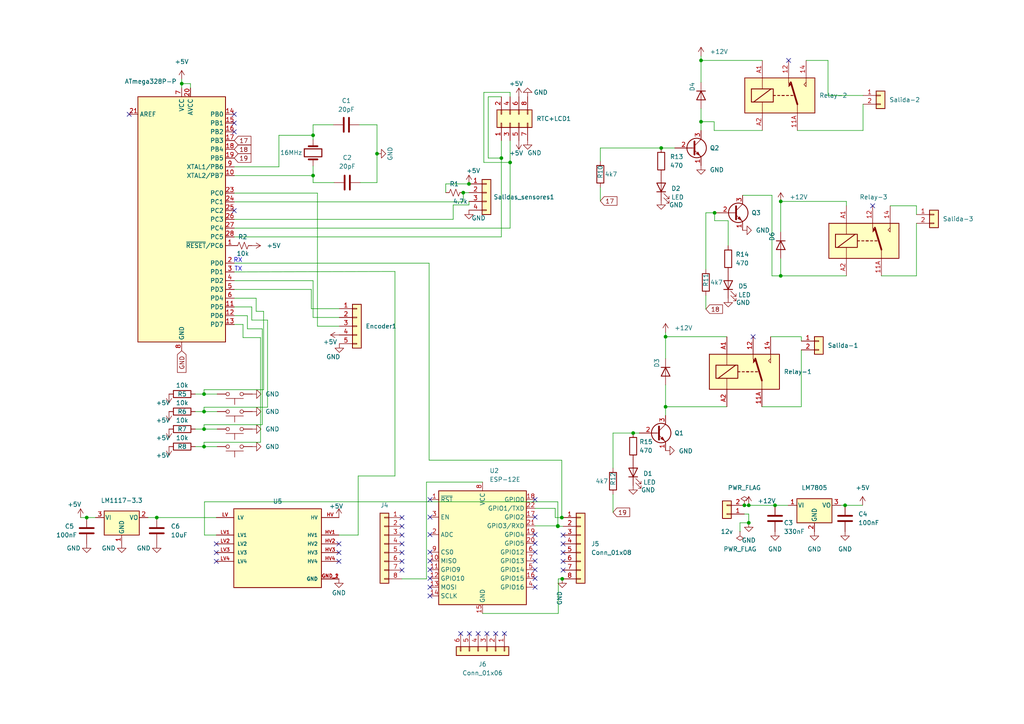
<source format=kicad_sch>
(kicad_sch (version 20211123) (generator eeschema)
  (paper "A4")
  (lib_symbols
    (symbol "BOB-12009:BOB-12009" (pin_names (offset 1.016))
      (property "Reference" "U" (at -12.7 11.43 0))
      (property "Value" "BOB-12009" (at -12.7 -15.24 0))
      (symbol "BOB-12009_0_0"
        (pin power_in line (at 17.78 -10.16 180) (length 5.08) (name "GND") (number "GND_1"))
        (pin power_in line (at 17.78 -10.16 180) (length 5.08) (name "GND") (number "GND_2"))
        (pin bidirectional line (at 17.78 7.62 180) (length 5.08) (name "HV") (number "HV"))
        (pin bidirectional line (at 17.78 2.54 180) (length 5.08) (name "HV1") (number "HV1"))
        (pin bidirectional line (at 17.78 0 180) (length 5.08) (name "HV2") (number "HV2"))
        (pin bidirectional line (at 17.78 -2.54 180) (length 5.08) (name "HV3") (number "HV3"))
        (pin bidirectional line (at 17.78 -5.08 180) (length 5.08) (name "HV4") (number "HV4"))
        (pin bidirectional line (at -17.78 7.62 0) (length 5.08) (name "LV") (number "LV"))
        (pin bidirectional line (at -17.78 2.54 0) (length 5.08) (name "LV1") (number "LV1"))
        (pin bidirectional line (at -17.78 0 0) (length 5.08) (name "LV2") (number "LV2"))
        (pin bidirectional line (at -17.78 -2.54 0) (length 5.08) (name "LV3") (number "LV3"))
        (pin bidirectional line (at -17.78 -5.08 0) (length 5.08) (name "LV4") (number "LV4"))
      )
    )
    (symbol "Connector_Generic:Conn_01x02" (pin_names (offset 1.016) hide)
      (property "Reference" "J" (at 0 2.54 0))
      (property "Value" "Conn_01x02" (at 0 -5.08 0))
      (symbol "Conn_01x02_1_1"
        (pin passive line (at -5.08 0 0) (length 3.81) (name "Pin_1") (number "1"))
        (pin passive line (at -5.08 -2.54 0) (length 3.81) (name "Pin_2") (number "2"))
      )
    )
    (symbol "Connector_Generic:Conn_01x04" (pin_names (offset 1.016) hide)
      (property "Reference" "J" (at 0 5.08 0))
      (property "Value" "Conn_01x04" (at 0 -7.62 0))
      (symbol "Conn_01x04_1_1"
        (pin passive line (at -5.08 2.54 0) (length 3.81) (name "Pin_1") (number "1"))
        (pin passive line (at -5.08 0 0) (length 3.81) (name "Pin_2") (number "2"))
        (pin passive line (at -5.08 -2.54 0) (length 3.81) (name "Pin_3") (number "3"))
        (pin passive line (at -5.08 -5.08 0) (length 3.81) (name "Pin_4") (number "4"))
      )
    )
    (symbol "Connector_Generic:Conn_01x05" (pin_names (offset 1.016) hide)
      (property "Reference" "J" (at 0 7.62 0))
      (property "Value" "Conn_01x05" (at 0 -7.62 0))
      (symbol "Conn_01x05_1_1"
        (pin passive line (at -5.08 5.08 0) (length 3.81) (name "Pin_1") (number "1"))
        (pin passive line (at -5.08 2.54 0) (length 3.81) (name "Pin_2") (number "2"))
        (pin passive line (at -5.08 0 0) (length 3.81) (name "Pin_3") (number "3"))
        (pin passive line (at -5.08 -2.54 0) (length 3.81) (name "Pin_4") (number "4"))
        (pin passive line (at -5.08 -5.08 0) (length 3.81) (name "Pin_5") (number "5"))
      )
    )
    (symbol "Connector_Generic:Conn_01x06" (pin_names (offset 1.016) hide)
      (property "Reference" "J" (at 0 7.62 0))
      (property "Value" "Conn_01x06" (at 0 -10.16 0))
      (symbol "Conn_01x06_1_1"
        (pin passive line (at -5.08 5.08 0) (length 3.81) (name "Pin_1") (number "1"))
        (pin passive line (at -5.08 2.54 0) (length 3.81) (name "Pin_2") (number "2"))
        (pin passive line (at -5.08 0 0) (length 3.81) (name "Pin_3") (number "3"))
        (pin passive line (at -5.08 -2.54 0) (length 3.81) (name "Pin_4") (number "4"))
        (pin passive line (at -5.08 -5.08 0) (length 3.81) (name "Pin_5") (number "5"))
        (pin passive line (at -5.08 -7.62 0) (length 3.81) (name "Pin_6") (number "6"))
      )
    )
    (symbol "Connector_Generic:Conn_01x08" (pin_names (offset 1.016) hide)
      (property "Reference" "J" (at 0 10.16 0))
      (property "Value" "Conn_01x08" (at 0 -12.7 0))
      (symbol "Conn_01x08_1_1"
        (pin passive line (at -5.08 7.62 0) (length 3.81) (name "Pin_1") (number "1"))
        (pin passive line (at -5.08 5.08 0) (length 3.81) (name "Pin_2") (number "2"))
        (pin passive line (at -5.08 2.54 0) (length 3.81) (name "Pin_3") (number "3"))
        (pin passive line (at -5.08 0 0) (length 3.81) (name "Pin_4") (number "4"))
        (pin passive line (at -5.08 -2.54 0) (length 3.81) (name "Pin_5") (number "5"))
        (pin passive line (at -5.08 -5.08 0) (length 3.81) (name "Pin_6") (number "6"))
        (pin passive line (at -5.08 -7.62 0) (length 3.81) (name "Pin_7") (number "7"))
        (pin passive line (at -5.08 -10.16 0) (length 3.81) (name "Pin_8") (number "8"))
      )
    )
    (symbol "Connector_Generic:Conn_02x04_Odd_Even" (pin_names (offset 1.016) hide)
      (property "Reference" "J" (at 1.27 5.08 0))
      (property "Value" "Conn_02x04_Odd_Even" (at 1.27 -7.62 0))
      (symbol "Conn_02x04_Odd_Even_1_1"
        (pin passive line (at -5.08 2.54 0) (length 3.81) (name "Pin_1") (number "1"))
        (pin passive line (at 7.62 2.54 180) (length 3.81) (name "Pin_2") (number "2"))
        (pin passive line (at -5.08 0 0) (length 3.81) (name "Pin_3") (number "3"))
        (pin passive line (at 7.62 0 180) (length 3.81) (name "Pin_4") (number "4"))
        (pin passive line (at -5.08 -2.54 0) (length 3.81) (name "Pin_5") (number "5"))
        (pin passive line (at 7.62 -2.54 180) (length 3.81) (name "Pin_6") (number "6"))
        (pin passive line (at -5.08 -5.08 0) (length 3.81) (name "Pin_7") (number "7"))
        (pin passive line (at 7.62 -5.08 180) (length 3.81) (name "Pin_8") (number "8"))
      )
    )
    (symbol "Device:C" (pin_numbers hide) (pin_names (offset 0.254))
      (property "Reference" "C" (at 0.635 2.54 0))
      (property "Value" "C" (at 0.635 -2.54 0))
      (symbol "C_1_1"
        (pin passive line (at 0 3.81 270) (length 2.794) (name "~") (number "1"))
        (pin passive line (at 0 -3.81 90) (length 2.794) (name "~") (number "2"))
      )
    )
    (symbol "Device:Crystal" (pin_numbers hide) (pin_names (offset 1.016) hide)
      (property "Reference" "Y" (at 0 3.81 0))
      (property "Value" "Crystal" (at 0 -3.81 0))
      (symbol "Crystal_1_1"
        (pin passive line (at -3.81 0 0) (length 1.27) (name "1") (number "1"))
        (pin passive line (at 3.81 0 180) (length 1.27) (name "2") (number "2"))
      )
    )
    (symbol "Device:LED" (pin_numbers hide) (pin_names (offset 1.016) hide)
      (property "Reference" "D" (at 0 2.54 0))
      (property "Value" "LED" (at 0 -2.54 0))
      (symbol "LED_1_1"
        (pin passive line (at -3.81 0 0) (length 2.54) (name "K") (number "1"))
        (pin passive line (at 3.81 0 180) (length 2.54) (name "A") (number "2"))
      )
    )
    (symbol "Device:R" (pin_numbers hide) (pin_names (offset 0))
      (property "Reference" "R" (at 2.032 0 90))
      (property "Value" "R" (at 0 0 90))
      (symbol "R_1_1"
        (pin passive line (at 0 3.81 270) (length 1.27) (name "~") (number "1"))
        (pin passive line (at 0 -3.81 90) (length 1.27) (name "~") (number "2"))
      )
    )
    (symbol "Device:R_Small_US" (pin_numbers hide) (pin_names (offset 0.254) hide)
      (property "Reference" "R" (at 0.762 0.508 0))
      (property "Value" "R_Small_US" (at 0.762 -1.016 0))
      (symbol "R_Small_US_1_1"
        (pin passive line (at 0 2.54 270) (length 1.016) (name "~") (number "1"))
        (pin passive line (at 0 -2.54 90) (length 1.016) (name "~") (number "2"))
      )
    )
    (symbol "Diode:1N4007" (pin_numbers hide) (pin_names (offset 1.016) hide)
      (property "Reference" "D" (at 0 2.54 0))
      (property "Value" "1N4007" (at 0 -2.54 0))
      (symbol "1N4007_1_1"
        (pin passive line (at -3.81 0 0) (length 2.54) (name "K") (number "1"))
        (pin passive line (at 3.81 0 180) (length 2.54) (name "A") (number "2"))
      )
    )
    (symbol "MCU_Microchip_ATmega:ATmega328P-P"
      (property "Reference" "U" (at -12.7 36.83 0))
      (property "Value" "ATmega328P-P" (at 2.54 -36.83 0))
      (symbol "ATmega328P-P_1_1"
        (pin bidirectional line (at 15.24 -7.62 180) (length 2.54) (name "~{RESET}/PC6") (number "1"))
        (pin bidirectional line (at 15.24 12.7 180) (length 2.54) (name "XTAL2/PB7") (number "10"))
        (pin bidirectional line (at 15.24 -25.4 180) (length 2.54) (name "PD5") (number "11"))
        (pin bidirectional line (at 15.24 -27.94 180) (length 2.54) (name "PD6") (number "12"))
        (pin bidirectional line (at 15.24 -30.48 180) (length 2.54) (name "PD7") (number "13"))
        (pin bidirectional line (at 15.24 30.48 180) (length 2.54) (name "PB0") (number "14"))
        (pin bidirectional line (at 15.24 27.94 180) (length 2.54) (name "PB1") (number "15"))
        (pin bidirectional line (at 15.24 25.4 180) (length 2.54) (name "PB2") (number "16"))
        (pin bidirectional line (at 15.24 22.86 180) (length 2.54) (name "PB3") (number "17"))
        (pin bidirectional line (at 15.24 20.32 180) (length 2.54) (name "PB4") (number "18"))
        (pin bidirectional line (at 15.24 17.78 180) (length 2.54) (name "PB5") (number "19"))
        (pin bidirectional line (at 15.24 -12.7 180) (length 2.54) (name "PD0") (number "2"))
        (pin power_in line (at 2.54 38.1 270) (length 2.54) (name "AVCC") (number "20"))
        (pin passive line (at -15.24 30.48 0) (length 2.54) (name "AREF") (number "21"))
        (pin passive line (at 0 -38.1 90) (length 2.54) hide (name "GND") (number "22"))
        (pin bidirectional line (at 15.24 7.62 180) (length 2.54) (name "PC0") (number "23"))
        (pin bidirectional line (at 15.24 5.08 180) (length 2.54) (name "PC1") (number "24"))
        (pin bidirectional line (at 15.24 2.54 180) (length 2.54) (name "PC2") (number "25"))
        (pin bidirectional line (at 15.24 0 180) (length 2.54) (name "PC3") (number "26"))
        (pin bidirectional line (at 15.24 -2.54 180) (length 2.54) (name "PC4") (number "27"))
        (pin bidirectional line (at 15.24 -5.08 180) (length 2.54) (name "PC5") (number "28"))
        (pin bidirectional line (at 15.24 -15.24 180) (length 2.54) (name "PD1") (number "3"))
        (pin bidirectional line (at 15.24 -17.78 180) (length 2.54) (name "PD2") (number "4"))
        (pin bidirectional line (at 15.24 -20.32 180) (length 2.54) (name "PD3") (number "5"))
        (pin bidirectional line (at 15.24 -22.86 180) (length 2.54) (name "PD4") (number "6"))
        (pin power_in line (at 0 38.1 270) (length 2.54) (name "VCC") (number "7"))
        (pin power_in line (at 0 -38.1 90) (length 2.54) (name "GND") (number "8"))
        (pin bidirectional line (at 15.24 15.24 180) (length 2.54) (name "XTAL1/PB6") (number "9"))
      )
    )
    (symbol "RF_Module:ESP-12E"
      (property "Reference" "U" (at -12.7 19.05 0))
      (property "Value" "ESP-12E" (at 12.7 19.05 0))
      (symbol "ESP-12E_1_1"
        (pin input line (at -15.24 15.24 0) (length 2.54) (name "~{RST}") (number "1"))
        (pin bidirectional line (at -15.24 -2.54 0) (length 2.54) (name "MISO") (number "10"))
        (pin bidirectional line (at -15.24 -5.08 0) (length 2.54) (name "GPIO9") (number "11"))
        (pin bidirectional line (at -15.24 -7.62 0) (length 2.54) (name "GPIO10") (number "12"))
        (pin bidirectional line (at -15.24 -10.16 0) (length 2.54) (name "MOSI") (number "13"))
        (pin bidirectional line (at -15.24 -12.7 0) (length 2.54) (name "SCLK") (number "14"))
        (pin power_in line (at 0 -17.78 90) (length 2.54) (name "GND") (number "15"))
        (pin bidirectional line (at 15.24 -7.62 180) (length 2.54) (name "GPIO15") (number "16"))
        (pin bidirectional line (at 15.24 10.16 180) (length 2.54) (name "GPIO2") (number "17"))
        (pin bidirectional line (at 15.24 15.24 180) (length 2.54) (name "GPIO0") (number "18"))
        (pin bidirectional line (at 15.24 5.08 180) (length 2.54) (name "GPIO4") (number "19"))
        (pin input line (at -15.24 5.08 0) (length 2.54) (name "ADC") (number "2"))
        (pin bidirectional line (at 15.24 2.54 180) (length 2.54) (name "GPIO5") (number "20"))
        (pin bidirectional line (at 15.24 7.62 180) (length 2.54) (name "GPIO3/RXD") (number "21"))
        (pin bidirectional line (at 15.24 12.7 180) (length 2.54) (name "GPIO1/TXD") (number "22"))
        (pin input line (at -15.24 10.16 0) (length 2.54) (name "EN") (number "3"))
        (pin bidirectional line (at 15.24 -10.16 180) (length 2.54) (name "GPIO16") (number "4"))
        (pin bidirectional line (at 15.24 -5.08 180) (length 2.54) (name "GPIO14") (number "5"))
        (pin bidirectional line (at 15.24 0 180) (length 2.54) (name "GPIO12") (number "6"))
        (pin bidirectional line (at 15.24 -2.54 180) (length 2.54) (name "GPIO13") (number "7"))
        (pin power_in line (at 0 20.32 270) (length 2.54) (name "VCC") (number "8"))
        (pin input line (at -15.24 0 0) (length 2.54) (name "CS0") (number "9"))
      )
    )
    (symbol "Regulator_Linear:LM1117-3.3" (pin_names (offset 0.254))
      (property "Reference" "U" (at -3.81 3.175 0))
      (property "Value" "LM1117-3.3" (at 0 3.175 0))
      (symbol "LM1117-3.3_1_1"
        (pin power_in line (at 0 -7.62 90) (length 2.54) (name "GND") (number "1"))
        (pin power_out line (at 7.62 0 180) (length 2.54) (name "VO") (number "2"))
        (pin power_in line (at -7.62 0 0) (length 2.54) (name "VI") (number "3"))
      )
    )
    (symbol "Regulator_Linear:LM7805_TO220" (pin_names (offset 0.254))
      (property "Reference" "U" (at -3.81 3.175 0))
      (property "Value" "LM7805_TO220" (at 0 3.175 0))
      (symbol "LM7805_TO220_1_1"
        (pin power_in line (at -7.62 0 0) (length 2.54) (name "VI") (number "1"))
        (pin power_in line (at 0 -7.62 90) (length 2.54) (name "GND") (number "2"))
        (pin power_out line (at 7.62 0 180) (length 2.54) (name "VO") (number "3"))
      )
    )
    (symbol "Relay:RAYEX-L90"
      (property "Reference" "K" (at 11.43 3.81 0))
      (property "Value" "RAYEX-L90" (at 11.43 1.27 0))
      (symbol "RAYEX-L90_1_1"
        (pin passive line (at 5.08 -10.16 90) (length 5.08) (name "~") (number "11A"))
        (pin passive line (at 5.08 -10.16 90) (length 5.08) hide (name "~") (number "11B"))
        (pin passive line (at 2.54 10.16 270) (length 5.08) (name "~") (number "12"))
        (pin passive line (at 7.62 10.16 270) (length 5.08) (name "~") (number "14"))
        (pin passive line (at -5.08 10.16 270) (length 5.08) (name "~") (number "A1"))
        (pin passive line (at -5.08 -10.16 90) (length 5.08) (name "~") (number "A2"))
      )
    )
    (symbol "Switch:SW_Push" (pin_numbers hide) (pin_names (offset 1.016) hide)
      (property "Reference" "SW" (at 1.27 2.54 0))
      (property "Value" "SW_Push" (at 0 -1.524 0))
      (symbol "SW_Push_0_1"
        (pin passive line (at -5.08 0 0) (length 2.54) (name "1") (number "1"))
        (pin passive line (at 5.08 0 180) (length 2.54) (name "2") (number "2"))
      )
    )
    (symbol "Transistor_BJT:PN2222A" (pin_names (offset 0) hide)
      (property "Reference" "Q" (at 5.08 1.905 0))
      (property "Value" "PN2222A" (at 5.08 0 0))
      (symbol "PN2222A_1_1"
        (pin passive line (at 2.54 -5.08 90) (length 2.54) (name "E") (number "1"))
        (pin input line (at -5.08 0 0) (length 5.08) (name "B") (number "2"))
        (pin passive line (at 2.54 5.08 270) (length 2.54) (name "C") (number "3"))
      )
    )
    (symbol "power:+12V" (power) (pin_names (offset 0))
      (property "Value" "+12V" (at 0 3.556 0))
      (symbol "+12V_1_1"
        (pin power_in line (at 0 0 90) (length 0) hide (name "+12V") (number "1"))
      )
    )
    (symbol "power:+5V" (power) (pin_names (offset 0))
      (property "Value" "+5V" (at 0 3.556 0))
      (symbol "+5V_1_1"
        (pin power_in line (at 0 0 90) (length 0) hide (name "+5V") (number "1"))
      )
    )
    (symbol "power:GND" (power) (pin_names (offset 0))
      (property "Value" "GND" (at 0 -3.81 0))
      (symbol "GND_1_1"
        (pin power_in line (at 0 0 270) (length 0) hide (name "GND") (number "1"))
      )
    )
    (symbol "power:PWR_FLAG" (power) (pin_numbers hide) (pin_names (offset 0) hide)
      (property "Value" "PWR_FLAG" (at 0 3.81 0))
      (symbol "PWR_FLAG_0_0"
        (pin power_out line (at 0 0 90) (length 0) (name "pwr") (number "1"))
      )
    )
  )
  (junction (at 193.04 97.663))
  (junction (at 90.805 50.927))
  (junction (at 59.182 114.3))
  (junction (at 59.182 119.38))
  (junction (at 217.17 146.558))
  (junction (at 224.79 146.558))
  (junction (at 191.77 42.926))
  (junction (at 90.805 39.243))
  (junction (at 134.366 55.88))
  (junction (at 193.04 117.983))
  (junction (at 183.642 125.603))
  (junction (at 161.798 152.654))
  (junction (at 207.264 61.722))
  (junction (at 59.182 129.54))
  (junction (at 203.327 35.306))
  (junction (at 163.068 167.894))
  (junction (at 203.327 17.526))
  (junction (at 145.415 45.847))
  (junction (at 226.441 80.01))
  (junction (at 161.798 152.527))
  (junction (at 25.146 150.114))
  (junction (at 217.17 151.638))
  (junction (at 52.705 24.257))
  (junction (at 136.017 53.34))
  (junction (at 109.347 44.577))
  (junction (at 245.11 146.558))
  (junction (at 147.955 47.117))
  (junction (at 226.441 58.42))
  (junction (at 215.9 146.558))
  (junction (at 162.941 150.114))
  (junction (at 59.182 124.46))
  (junction (at 45.466 150.114))
  (no_connect (at 116.586 152.654))
  (no_connect (at 133.604 183.769))
  (no_connect (at 155.194 165.227))
  (no_connect (at 124.714 172.847))
  (no_connect (at 155.194 170.307))
  (no_connect (at 98.298 162.814))
  (no_connect (at 124.714 170.307))
  (no_connect (at 163.322 165.354))
  (no_connect (at 143.764 183.769))
  (no_connect (at 116.586 165.354))
  (no_connect (at 124.714 167.767))
  (no_connect (at 62.738 162.814))
  (no_connect (at 124.714 144.907))
  (no_connect (at 124.714 160.147))
  (no_connect (at 228.727 17.526))
  (no_connect (at 155.194 167.767))
  (no_connect (at 138.684 183.769))
  (no_connect (at 163.322 155.194))
  (no_connect (at 124.714 155.067))
  (no_connect (at 155.194 155.067))
  (no_connect (at 116.586 150.114))
  (no_connect (at 155.194 149.987))
  (no_connect (at 116.586 160.274))
  (no_connect (at 67.945 38.227))
  (no_connect (at 67.945 33.147))
  (no_connect (at 163.322 160.274))
  (no_connect (at 155.194 162.687))
  (no_connect (at 124.714 149.987))
  (no_connect (at 146.304 183.769))
  (no_connect (at 116.586 157.734))
  (no_connect (at 116.586 162.814))
  (no_connect (at 67.945 35.687))
  (no_connect (at 253.111 59.69))
  (no_connect (at 62.738 157.734))
  (no_connect (at 155.194 160.147))
  (no_connect (at 218.44 97.663))
  (no_connect (at 155.194 144.907))
  (no_connect (at 124.714 165.227))
  (no_connect (at 136.144 183.769))
  (no_connect (at 163.322 157.734))
  (no_connect (at 116.586 155.194))
  (no_connect (at 62.738 160.274))
  (no_connect (at 155.194 157.607))
  (no_connect (at 124.714 162.687))
  (no_connect (at 98.298 160.274))
  (no_connect (at 163.322 162.814))
  (no_connect (at 141.224 183.769))
  (no_connect (at 37.465 33.147))
  (no_connect (at 98.298 157.734))
  (no_connect (at 67.945 61.087))
  (wire (pts (xy 104.521 52.959) (xy 109.347 52.959)))
  (wire (pts (xy 203.327 35.306) (xy 203.327 37.846)))
  (wire (pts (xy 67.945 56.007) (xy 92.075 56.007)))
  (wire (pts (xy 204.724 61.722) (xy 207.264 61.722)))
  (wire (pts (xy 226.441 58.42) (xy 226.441 67.31)))
  (wire (pts (xy 90.805 36.195) (xy 90.805 39.243)))
  (wire (pts (xy 109.347 52.959) (xy 109.347 44.577)))
  (wire (pts (xy 59.182 129.54) (xy 56.642 129.54)))
  (wire (pts (xy 80.899 48.387) (xy 80.899 39.243)))
  (wire (pts (xy 77.597 118.11) (xy 77.597 92.837)))
  (wire (pts (xy 59.182 129.54) (xy 59.182 128.27)))
  (wire (pts (xy 233.807 17.526) (xy 240.157 17.526)))
  (wire (pts (xy 245.11 146.558) (xy 250.19 146.558)))
  (wire (pts (xy 71.755 95.377) (xy 76.073 95.377)))
  (wire (pts (xy 103.886 138.049) (xy 114.554 138.049)))
  (wire (pts (xy 232.41 97.663) (xy 232.41 98.933)))
  (wire (pts (xy 59.182 123.19) (xy 76.073 123.19)))
  (wire (pts (xy 59.182 128.27) (xy 75.565 128.27)))
  (wire (pts (xy 59.309 145.542) (xy 59.309 155.194)))
  (wire (pts (xy 59.309 145.542) (xy 161.798 145.542)))
  (wire (pts (xy 141.605 45.847) (xy 145.415 45.847)))
  (wire (pts (xy 183.642 125.603) (xy 185.42 125.603)))
  (wire (pts (xy 226.441 80.01) (xy 245.491 80.01)))
  (wire (pts (xy 217.17 151.638) (xy 217.17 149.098)))
  (wire (pts (xy 193.04 97.663) (xy 193.04 96.393)))
  (wire (pts (xy 193.04 117.983) (xy 210.82 117.983)))
  (wire (pts (xy 62.992 114.3) (xy 59.182 114.3)))
  (wire (pts (xy 245.491 58.42) (xy 245.491 59.69)))
  (wire (pts (xy 191.77 42.926) (xy 195.707 42.926)))
  (wire (pts (xy 226.441 74.93) (xy 226.441 80.01)))
  (wire (pts (xy 147.955 40.767) (xy 147.955 47.117)))
  (wire (pts (xy 265.811 59.69) (xy 265.811 62.23)))
  (wire (pts (xy 52.705 22.987) (xy 52.705 24.257)))
  (wire (pts (xy 104.267 36.195) (xy 109.347 36.195)))
  (wire (pts (xy 90.297 89.535) (xy 90.297 83.947)))
  (wire (pts (xy 67.945 78.867) (xy 114.554 78.74)))
  (wire (pts (xy 76.073 123.19) (xy 76.073 95.377)))
  (wire (pts (xy 42.926 150.114) (xy 45.466 150.114)))
  (wire (pts (xy 203.327 17.526) (xy 203.327 23.876)))
  (wire (pts (xy 90.805 48.133) (xy 90.805 50.927)))
  (wire (pts (xy 90.805 40.513) (xy 90.805 39.243)))
  (wire (pts (xy 207.137 37.846) (xy 221.107 37.846)))
  (wire (pts (xy 73.025 92.837) (xy 77.597 92.837)))
  (wire (pts (xy 223.901 80.01) (xy 226.441 80.01)))
  (wire (pts (xy 265.811 80.01) (xy 255.651 80.01)))
  (wire (pts (xy 124.46 133.477) (xy 162.941 133.477)))
  (wire (pts (xy 62.992 124.46) (xy 59.182 124.46)))
  (wire (pts (xy 214.63 151.638) (xy 217.17 151.638)))
  (wire (pts (xy 67.945 63.627) (xy 131.445 63.627)))
  (wire (pts (xy 145.415 28.067) (xy 141.605 28.067)))
  (wire (pts (xy 223.901 56.642) (xy 223.901 80.01)))
  (wire (pts (xy 215.9 149.098) (xy 217.17 149.098)))
  (wire (pts (xy 226.441 58.42) (xy 245.491 58.42)))
  (wire (pts (xy 75.565 97.917) (xy 75.565 128.27)))
  (wire (pts (xy 67.945 68.707) (xy 145.415 68.707)))
  (wire (pts (xy 116.586 167.894) (xy 123.698 167.894)))
  (wire (pts (xy 177.8 125.603) (xy 177.8 135.763)))
  (wire (pts (xy 220.98 117.983) (xy 232.41 117.983)))
  (wire (pts (xy 177.8 143.383) (xy 177.8 148.59)))
  (wire (pts (xy 145.415 45.847) (xy 145.415 68.707)))
  (wire (pts (xy 204.724 78.105) (xy 204.724 61.722)))
  (wire (pts (xy 67.945 48.387) (xy 80.899 48.387)))
  (wire (pts (xy 74.295 90.297) (xy 76.454 90.297)))
  (wire (pts (xy 59.182 114.3) (xy 56.642 114.3)))
  (wire (pts (xy 214.63 154.178) (xy 214.63 151.638)))
  (wire (pts (xy 134.366 58.547) (xy 134.366 55.88)))
  (wire (pts (xy 70.485 94.107) (xy 67.945 94.107)))
  (wire (pts (xy 67.945 58.547) (xy 134.366 58.547)))
  (wire (pts (xy 203.327 17.526) (xy 203.327 16.256)))
  (wire (pts (xy 67.945 66.167) (xy 147.955 66.167)))
  (wire (pts (xy 141.605 28.067) (xy 141.605 45.847)))
  (wire (pts (xy 223.52 97.663) (xy 232.41 97.663)))
  (wire (pts (xy 211.201 71.247) (xy 211.201 64.008)))
  (wire (pts (xy 174.117 42.926) (xy 174.117 46.736)))
  (wire (pts (xy 207.264 61.722) (xy 207.772 61.722)))
  (wire (pts (xy 240.157 27.686) (xy 250.317 27.686)))
  (wire (pts (xy 23.368 150.114) (xy 25.146 150.114)))
  (wire (pts (xy 67.945 83.947) (xy 90.297 83.947)))
  (wire (pts (xy 210.82 97.663) (xy 193.04 97.663)))
  (wire (pts (xy 59.182 124.46) (xy 56.642 124.46)))
  (wire (pts (xy 96.647 36.195) (xy 90.805 36.195)))
  (wire (pts (xy 224.79 146.558) (xy 228.6 146.558)))
  (wire (pts (xy 147.955 28.067) (xy 147.955 26.797)))
  (wire (pts (xy 265.811 64.77) (xy 265.811 80.01)))
  (wire (pts (xy 258.191 59.69) (xy 265.811 59.69)))
  (wire (pts (xy 147.955 47.117) (xy 147.955 66.167)))
  (wire (pts (xy 163.068 167.894) (xy 163.322 167.894)))
  (wire (pts (xy 136.017 59.436) (xy 136.017 58.42)))
  (wire (pts (xy 59.309 155.194) (xy 62.738 155.194)))
  (wire (pts (xy 52.705 24.257) (xy 52.705 25.527)))
  (wire (pts (xy 45.466 150.114) (xy 62.738 150.114)))
  (wire (pts (xy 161.798 152.527) (xy 161.798 152.654)))
  (wire (pts (xy 161.925 167.894) (xy 163.068 167.894)))
  (wire (pts (xy 162.941 150.114) (xy 163.322 150.114)))
  (wire (pts (xy 90.805 50.927) (xy 67.945 50.927)))
  (wire (pts (xy 129.286 55.88) (xy 129.286 53.34)))
  (wire (pts (xy 155.194 152.527) (xy 161.798 152.527)))
  (wire (pts (xy 232.41 117.983) (xy 232.41 101.473)))
  (wire (pts (xy 231.267 37.846) (xy 250.317 37.846)))
  (wire (pts (xy 129.286 53.34) (xy 136.017 53.34)))
  (wire (pts (xy 59.182 119.38) (xy 59.182 118.11)))
  (wire (pts (xy 67.945 76.327) (xy 124.46 76.327)))
  (wire (pts (xy 177.8 125.603) (xy 183.642 125.603)))
  (wire (pts (xy 207.264 64.008) (xy 207.264 61.722)))
  (wire (pts (xy 71.755 91.567) (xy 67.945 91.567)))
  (wire (pts (xy 161.925 177.927) (xy 161.925 167.894)))
  (wire (pts (xy 161.798 152.654) (xy 163.322 152.654)))
  (wire (pts (xy 134.366 55.88) (xy 136.017 55.88)))
  (wire (pts (xy 59.182 124.46) (xy 59.182 123.19)))
  (wire (pts (xy 59.182 118.11) (xy 77.597 118.11)))
  (wire (pts (xy 70.485 97.917) (xy 70.485 94.107)))
  (wire (pts (xy 73.025 89.027) (xy 67.945 89.027)))
  (wire (pts (xy 131.445 59.436) (xy 136.017 59.436)))
  (wire (pts (xy 59.182 114.3) (xy 59.182 113.03)))
  (wire (pts (xy 59.182 119.38) (xy 56.642 119.38)))
  (wire (pts (xy 240.157 17.526) (xy 240.157 27.686)))
  (wire (pts (xy 92.075 56.007) (xy 92.075 94.615)))
  (wire (pts (xy 55.245 25.527) (xy 55.245 24.257)))
  (wire (pts (xy 215.392 56.642) (xy 223.901 56.642)))
  (wire (pts (xy 131.445 63.627) (xy 131.445 59.436)))
  (wire (pts (xy 155.194 147.447) (xy 161.036 147.447)))
  (wire (pts (xy 73.025 89.027) (xy 73.025 92.837)))
  (wire (pts (xy 203.327 31.496) (xy 203.327 35.306)))
  (wire (pts (xy 96.901 52.959) (xy 90.805 52.959)))
  (wire (pts (xy 161.798 145.542) (xy 161.798 152.527)))
  (wire (pts (xy 207.137 35.306) (xy 203.327 35.306)))
  (wire (pts (xy 204.724 85.725) (xy 204.724 89.662)))
  (wire (pts (xy 62.992 129.54) (xy 59.182 129.54)))
  (wire (pts (xy 74.295 86.487) (xy 67.945 86.487)))
  (wire (pts (xy 207.137 37.846) (xy 207.137 35.306)))
  (wire (pts (xy 215.9 146.558) (xy 217.17 146.558)))
  (wire (pts (xy 193.04 111.633) (xy 193.04 117.983)))
  (wire (pts (xy 243.84 146.558) (xy 245.11 146.558)))
  (wire (pts (xy 90.297 89.535) (xy 98.425 89.535)))
  (wire (pts (xy 98.298 155.194) (xy 103.886 155.194)))
  (wire (pts (xy 62.992 119.38) (xy 59.182 119.38)))
  (wire (pts (xy 203.327 17.526) (xy 221.107 17.526)))
  (wire (pts (xy 123.698 139.827) (xy 139.954 139.827)))
  (wire (pts (xy 193.04 117.983) (xy 193.04 120.523)))
  (wire (pts (xy 103.886 138.049) (xy 103.886 155.194)))
  (wire (pts (xy 162.941 133.477) (xy 162.941 150.114)))
  (wire (pts (xy 140.335 47.117) (xy 147.955 47.117)))
  (wire (pts (xy 67.945 81.407) (xy 90.805 81.407)))
  (wire (pts (xy 25.146 150.114) (xy 27.686 150.114)))
  (wire (pts (xy 140.335 26.797) (xy 140.335 47.117)))
  (wire (pts (xy 211.201 64.008) (xy 207.264 64.008)))
  (wire (pts (xy 76.454 113.03) (xy 76.454 90.297)))
  (wire (pts (xy 147.955 26.797) (xy 140.335 26.797)))
  (wire (pts (xy 161.036 150.114) (xy 162.941 150.114)))
  (wire (pts (xy 109.347 36.195) (xy 109.347 44.577)))
  (wire (pts (xy 71.755 95.377) (xy 71.755 91.567)))
  (wire (pts (xy 52.705 24.257) (xy 55.245 24.257)))
  (wire (pts (xy 90.805 92.075) (xy 98.425 92.075)))
  (wire (pts (xy 70.485 97.917) (xy 75.565 97.917)))
  (wire (pts (xy 123.698 167.894) (xy 123.698 139.827)))
  (wire (pts (xy 59.182 113.03) (xy 76.454 113.03)))
  (wire (pts (xy 174.117 42.926) (xy 191.77 42.926)))
  (wire (pts (xy 161.036 147.447) (xy 161.036 150.114)))
  (wire (pts (xy 174.117 54.356) (xy 174.117 58.293)))
  (wire (pts (xy 145.415 40.767) (xy 145.415 45.847)))
  (wire (pts (xy 139.954 177.927) (xy 161.925 177.927)))
  (wire (pts (xy 193.04 97.663) (xy 193.04 104.013)))
  (wire (pts (xy 90.805 39.243) (xy 80.899 39.243)))
  (wire (pts (xy 74.295 90.297) (xy 74.295 86.487)))
  (wire (pts (xy 124.46 76.327) (xy 124.46 133.477)))
  (wire (pts (xy 114.554 138.049) (xy 114.554 78.74)))
  (wire (pts (xy 250.317 37.846) (xy 250.317 30.226)))
  (wire (pts (xy 90.805 52.959) (xy 90.805 50.927)))
  (wire (pts (xy 217.17 146.558) (xy 224.79 146.558)))
  (wire (pts (xy 90.805 81.407) (xy 90.805 92.075)))
  (wire (pts (xy 92.075 94.615) (xy 98.425 94.615)))
  (text "TX" (at 67.945 78.867 0) (effects (font (size 1.27 1.27)) (justify left bottom)))
  (text "RX" (at 67.691 76.327 0) (effects (font (size 1.27 1.27)) (justify left bottom)))
  (global_label "18" (shape input) (at 204.724 89.662 0) (property "Intersheet References" "${INTERSHEET_REFS}" (effects hide)))
  (global_label "GND" (shape input) (at 52.705 101.727 270) (property "Intersheet References" "${INTERSHEET_REFS}" (effects hide)))
  (global_label "17" (shape input) (at 67.945 40.767 0) (property "Intersheet References" "${INTERSHEET_REFS}" (effects hide)))
  (global_label "19" (shape input) (at 177.8 148.59 0) (property "Intersheet References" "${INTERSHEET_REFS}" (effects hide)))
  (global_label "17" (shape input) (at 174.117 58.293 0) (property "Intersheet References" "${INTERSHEET_REFS}" (effects hide)))
  (global_label "18" (shape input) (at 67.945 43.307 0) (property "Intersheet References" "${INTERSHEET_REFS}" (effects hide)))
  (global_label "19" (shape input) (at 67.945 45.847 0) (property "Intersheet References" "${INTERSHEET_REFS}" (effects hide)))
  (symbol (lib_id "Device:R") (at 52.832 124.46 270) (unit 1)
    (property "Reference" "R7" (at 52.832 124.46 90))
    (property "Value" "10k" (at 52.832 121.92 90))
    (property "Footprint" "Resistor_THT:R_Axial_DIN0207_L6.3mm_D2.5mm_P10.16mm_Horizontal" (effects hide))
  )
  (symbol (lib_id "Regulator_Linear:LM7805_TO220") (at 236.22 146.558 0) (unit 1)
    (property "Reference" "U1" (effects hide))
    (property "Value" "LM7805" (at 236.22 141.478 0))
    (property "Footprint" "Package_TO_SOT_THT:TO-220-3_Vertical" (effects hide))
    (property "Datasheet" "https://www.onsemi.cn/PowerSolutions/document/MC7800-D.PDF" (effects hide))
  )
  (symbol (lib_id "power:GND") (at 153.035 28.067 180) (unit 1)
    (property "Reference" "#PWR0126" (effects hide))
    (property "Value" "GND" (at 156.845 26.797 0))
  )
  (symbol (lib_id "power:+12V") (at 217.17 146.558 0) (unit 1)
    (property "Reference" "#PWR0107" (effects hide))
    (property "Value" "+12V" (at 219.71 145.2879 0) (effects (justify left)))
  )
  (symbol (lib_id "power:+12V") (at 203.327 16.256 0) (unit 1)
    (property "Reference" "#PWR0111" (effects hide))
    (property "Value" "+12V" (at 205.867 14.9859 0) (effects (justify left)))
  )
  (symbol (lib_id "Device:C") (at 100.457 36.195 90) (unit 1)
    (property "Reference" "C1" (at 100.457 29.21 90))
    (property "Value" "20pF" (at 100.457 31.75 90))
    (property "Footprint" "Capacitor_THT:C_Disc_D5.0mm_W2.5mm_P5.00mm" (effects hide))
  )
  (symbol (lib_id "power:GND") (at 73.152 124.46 90) (unit 1)
    (property "Reference" "#PWR0140" (effects hide))
    (property "Value" "GND" (at 76.962 124.4599 90) (effects (justify right)))
  )
  (symbol (lib_id "Device:Crystal") (at 90.805 44.323 270) (unit 1)
    (property "Reference" "Y1" (effects hide))
    (property "Value" "16MHz" (at 81.2292 44.2722 90) (effects (justify left)))
    (property "Footprint" "Crystal:Crystal_HC49-4H_Vertical" (effects hide))
  )
  (symbol (lib_id "Device:C") (at 224.79 150.368 180) (unit 1)
    (property "Reference" "C3" (at 227.33 151.638 0) (effects (justify right)))
    (property "Value" "330nF" (at 227.33 154.178 0) (effects (justify right)))
    (property "Footprint" "Capacitor_THT:C_Disc_D5.0mm_W2.5mm_P5.00mm" (effects hide))
  )
  (symbol (lib_id "Device:R") (at 177.8 139.573 0) (unit 1)
    (property "Reference" "R12" (at 177.8 140.843 90) (effects (justify left)))
    (property "Value" "4k7" (at 172.72 139.573 0) (effects (justify left)))
    (property "Footprint" "Resistor_THT:R_Axial_DIN0207_L6.3mm_D2.5mm_P10.16mm_Horizontal" (effects hide))
  )
  (symbol (lib_id "power:+5V") (at 49.022 124.46 180) (unit 1)
    (property "Reference" "#PWR0129" (effects hide))
    (property "Value" "+5V" (at 45.212 127 0) (effects (justify right)))
  )
  (symbol (lib_id "power:GND") (at 224.79 154.178 0) (unit 1)
    (property "Reference" "#PWR0101" (effects hide))
    (property "Value" "GND" (at 224.79 159.258 0))
  )
  (symbol (lib_id "power:GND") (at 45.466 157.734 0) (unit 1)
    (property "Reference" "#PWR0132" (effects hide))
    (property "Value" "GND" (at 41.656 159.004 0))
  )
  (symbol (lib_id "Device:C") (at 45.466 153.924 0) (unit 1)
    (property "Reference" "C6" (at 49.53 152.6539 0) (effects (justify left)))
    (property "Value" "10uF" (at 49.53 155.1939 0) (effects (justify left)))
    (property "Footprint" "Capacitor_THT:C_Disc_D5.0mm_W2.5mm_P5.00mm" (effects hide))
  )
  (symbol (lib_id "power:+5V") (at 49.022 114.3 180) (unit 1)
    (property "Reference" "#PWR0127" (effects hide))
    (property "Value" "+5V" (at 45.212 116.84 0) (effects (justify right)))
  )
  (symbol (lib_id "power:GND") (at 203.327 48.006 0) (unit 1)
    (property "Reference" "#PWR0110" (effects hide))
    (property "Value" "GND" (at 205.867 49.2759 0) (effects (justify left)))
  )
  (symbol (lib_id "power:GND") (at 183.642 140.843 0) (unit 1)
    (property "Reference" "#PWR0113" (effects hide))
    (property "Value" "GND" (at 185.928 142.1129 0) (effects (justify left)))
  )
  (symbol (lib_id "power:GND") (at 217.17 151.638 0) (unit 1)
    (property "Reference" "#PWR0102" (effects hide))
    (property "Value" "GND" (at 217.17 156.718 0))
  )
  (symbol (lib_id "Connector_Generic:Conn_01x02") (at 210.82 149.098 180) (unit 1)
    (property "Reference" "J1" (effects hide))
    (property "Value" "12v" (at 210.82 154.178 0))
    (property "Footprint" "TerminalBlock:TerminalBlock_bornier-2_P5.08mm" (effects hide))
  )
  (symbol (lib_id "Device:R") (at 204.724 81.915 0) (unit 1)
    (property "Reference" "R11" (at 204.724 83.185 90) (effects (justify left)))
    (property "Value" "4k7" (at 205.994 81.915 0) (effects (justify left)))
    (property "Footprint" "Resistor_THT:R_Axial_DIN0207_L6.3mm_D2.5mm_P10.16mm_Horizontal" (effects hide))
  )
  (symbol (lib_id "Diode:1N4007") (at 226.441 71.12 270) (unit 1)
    (property "Reference" "D6" (at 223.901 68.58 0))
    (property "Value" "1N4007" (effects hide))
    (property "Footprint" "Diode_THT:D_DO-41_SOD81_P10.16mm_Horizontal" (effects hide))
    (property "Datasheet" "http://www.vishay.com/docs/88503/1n4001.pdf" (effects hide))
  )
  (symbol (lib_id "Connector_Generic:Conn_01x02") (at 270.891 62.23 0) (unit 1)
    (property "Reference" "Salida-3" (at 273.431 63.4999 0) (effects (justify left)))
    (property "Value" "Conn_01x02" (effects hide))
    (property "Footprint" "TerminalBlock:TerminalBlock_bornier-2_P5.08mm" (effects hide))
  )
  (symbol (lib_id "Connector_Generic:Conn_01x06") (at 141.224 188.849 270) (unit 1)
    (property "Reference" "J6" (at 139.954 192.659 90))
    (property "Value" "Conn_01x06" (at 139.954 195.199 90))
    (property "Footprint" "Connector_PinHeader_2.54mm:PinHeader_1x06_P2.54mm_Vertical" (effects hide))
  )
  (symbol (lib_id "Connector_Generic:Conn_01x02") (at 237.49 98.933 0) (unit 1)
    (property "Reference" "Salida-1" (at 240.03 100.2029 0) (effects (justify left)))
    (property "Value" "Conn_01x02" (effects hide))
    (property "Footprint" "TerminalBlock:TerminalBlock_bornier-2_P5.08mm" (effects hide))
  )
  (symbol (lib_id "Device:C") (at 100.711 52.959 90) (unit 1)
    (property "Reference" "C2" (at 100.711 45.72 90))
    (property "Value" "20pF" (at 100.711 48.26 90))
    (property "Footprint" "Capacitor_THT:C_Disc_D5.0mm_W2.5mm_P5.00mm" (effects hide))
  )
  (symbol (lib_id "power:+5V") (at 250.19 146.558 0) (unit 1)
    (property "Reference" "#PWR0105" (effects hide))
    (property "Value" "+5V" (at 250.19 141.478 0))
  )
  (symbol (lib_id "Device:R") (at 191.77 46.736 0) (unit 1)
    (property "Reference" "R13" (at 194.31 45.4659 0) (effects (justify left)))
    (property "Value" "470" (at 194.31 48.0059 0) (effects (justify left)))
    (property "Footprint" "Resistor_THT:R_Axial_DIN0207_L6.3mm_D2.5mm_P10.16mm_Horizontal" (effects hide))
  )
  (symbol (lib_id "power:GND") (at 73.152 119.38 90) (unit 1)
    (property "Reference" "#PWR0141" (effects hide))
    (property "Value" "GND" (at 76.962 119.3799 90) (effects (justify right)))
  )
  (symbol (lib_id "Device:R_Small_US") (at 70.485 71.247 90) (unit 1)
    (property "Reference" "R2" (at 71.755 68.707 90) (effects (justify left)))
    (property "Value" "10k" (at 72.263 73.533 90) (effects (justify left)))
    (property "Footprint" "Resistor_THT:R_Axial_DIN0204_L3.6mm_D1.6mm_P5.08mm_Horizontal" (effects hide))
  )
  (symbol (lib_id "Connector_Generic:Conn_01x08") (at 168.402 157.734 0) (unit 1)
    (property "Reference" "J5" (at 171.45 157.7339 0) (effects (justify left)))
    (property "Value" "Conn_01x08" (at 171.45 160.2739 0) (effects (justify left)))
    (property "Footprint" "Connector_PinHeader_2.54mm:PinHeader_1x08_P2.54mm_Vertical" (effects hide))
  )
  (symbol (lib_id "Device:R") (at 211.201 75.057 0) (unit 1)
    (property "Reference" "R14" (at 213.36 73.7869 0) (effects (justify left)))
    (property "Value" "470" (at 213.36 76.3269 0) (effects (justify left)))
    (property "Footprint" "Resistor_THT:R_Axial_DIN0207_L6.3mm_D2.5mm_P10.16mm_Horizontal" (effects hide))
  )
  (symbol (lib_id "power:GND") (at 153.035 40.767 0) (unit 1)
    (property "Reference" "#PWR0122" (effects hide))
    (property "Value" "GND" (at 155.0162 44.3484 0))
  )
  (symbol (lib_id "RF_Module:ESP-12E") (at 139.954 160.147 0) (unit 1)
    (property "Reference" "U2" (at 141.9734 136.525 0) (effects (justify left)))
    (property "Value" "ESP-12E" (at 141.9734 139.065 0) (effects (justify left)))
    (property "Footprint" "RF_Module:ESP-12E" (effects hide))
    (property "Datasheet" "http://wiki.ai-thinker.com/_media/esp8266/esp8266_series_modules_user_manual_v1.1.pdf" (effects hide))
  )
  (symbol (lib_id "Connector_Generic:Conn_02x04_Odd_Even") (at 147.955 35.687 90) (unit 1)
    (property "Reference" "RTC+LCD1" (at 155.575 34.4169 90) (effects (justify right)))
    (property "Value" "Conn_02x04_Odd_Even" (effects hide))
    (property "Footprint" "Connector_PinHeader_2.54mm:PinHeader_2x04_P2.54mm_Vertical" (effects hide))
  )
  (symbol (lib_id "Device:R") (at 52.832 119.38 270) (unit 1)
    (property "Reference" "R6" (at 52.832 119.38 90))
    (property "Value" "10k" (at 52.832 116.84 90))
    (property "Footprint" "Resistor_THT:R_Axial_DIN0207_L6.3mm_D2.5mm_P10.16mm_Horizontal" (effects hide))
  )
  (symbol (lib_id "power:GND") (at 98.298 167.894 0) (unit 1)
    (property "Reference" "#PWR0118" (effects hide))
    (property "Value" "GND" (at 98.298 171.958 0))
  )
  (symbol (lib_id "power:+5V") (at 73.025 71.247 270) (unit 1)
    (property "Reference" "#PWR0117" (effects hide))
    (property "Value" "+5V" (at 77.343 71.2469 90) (effects (justify left)))
  )
  (symbol (lib_id "Connector_Generic:Conn_01x02") (at 255.397 27.686 0) (unit 1)
    (property "Reference" "Salida-2" (at 257.937 28.9559 0) (effects (justify left)))
    (property "Value" "Conn_01x02" (effects hide))
    (property "Footprint" "TerminalBlock:TerminalBlock_bornier-2_P5.08mm" (effects hide))
  )
  (symbol (lib_id "power:+12V") (at 193.04 96.393 0) (unit 1)
    (property "Reference" "#PWR0108" (effects hide))
    (property "Value" "+12V" (at 195.58 95.1229 0) (effects (justify left)))
  )
  (symbol (lib_id "Connector_Generic:Conn_01x08") (at 111.506 157.734 0) (mirror y) (unit 1)
    (property "Reference" "J4" (at 111.506 146.558 0))
    (property "Value" "Conn_01x08" (effects hide))
    (property "Footprint" "Connector_PinHeader_2.54mm:PinHeader_1x08_P2.54mm_Vertical" (effects hide))
  )
  (symbol (lib_id "power:+5V") (at 23.368 150.114 0) (unit 1)
    (property "Reference" "#PWR0134" (effects hide))
    (property "Value" "+5V" (at 23.622 146.304 0) (effects (justify right)))
  )
  (symbol (lib_id "Relay:RAYEX-L90") (at 215.9 107.823 0) (unit 1)
    (property "Reference" "Relay-1" (at 227.33 107.8229 0) (effects (justify left)))
    (property "Value" "RAYEX-L90" (effects hide))
    (property "Footprint" "Relay_THT:Relay_SPDT_RAYEX-L90" (effects hide))
    (property "Datasheet" "https://a3.sofastcdn.com/attachment/7jioKBjnRiiSrjrjknRiwS77gwbf3zmp/L90-SERIES.pdf" (effects hide))
  )
  (symbol (lib_id "power:GND") (at 98.425 99.695 0) (unit 1)
    (property "Reference" "#PWR0136" (effects hide))
    (property "Value" "GND" (at 94.615 103.505 0) (effects (justify left)))
  )
  (symbol (lib_id "Device:R_Small_US") (at 131.826 55.88 90) (unit 1)
    (property "Reference" "R1" (at 133.096 53.34 90) (effects (justify left)))
    (property "Value" "4.7k" (at 135.636 58.42 90) (effects (justify left)))
    (property "Footprint" "Resistor_THT:R_Axial_DIN0207_L6.3mm_D2.5mm_P7.62mm_Horizontal" (effects hide))
  )
  (symbol (lib_id "power:GND") (at 35.306 157.734 0) (unit 1)
    (property "Reference" "#PWR0131" (effects hide))
    (property "Value" "GND" (at 31.496 159.004 0))
  )
  (symbol (lib_id "Device:R") (at 52.832 114.3 270) (unit 1)
    (property "Reference" "R5" (at 52.832 114.3 90))
    (property "Value" "10k" (at 52.832 111.76 90))
    (property "Footprint" "Resistor_THT:R_Axial_DIN0207_L6.3mm_D2.5mm_P10.16mm_Horizontal" (effects hide))
  )
  (symbol (lib_id "power:GND") (at 25.146 157.734 0) (unit 1)
    (property "Reference" "#PWR0135" (effects hide))
    (property "Value" "GND" (at 21.336 159.004 0))
  )
  (symbol (lib_id "power:+5V") (at 150.495 28.067 0) (unit 1)
    (property "Reference" "#PWR0125" (effects hide))
    (property "Value" "+5V" (at 151.765 24.257 0) (effects (justify right)))
  )
  (symbol (lib_id "power:+5V") (at 49.022 129.54 180) (unit 1)
    (property "Reference" "#PWR0130" (effects hide))
    (property "Value" "+5V" (at 45.212 132.08 0) (effects (justify right)))
  )
  (symbol (lib_id "power:+5V") (at 49.022 119.38 180) (unit 1)
    (property "Reference" "#PWR0128" (effects hide))
    (property "Value" "+5V" (at 45.212 121.92 0) (effects (justify right)))
  )
  (symbol (lib_id "power:PWR_FLAG") (at 215.9 146.558 0) (unit 1)
    (property "Reference" "#FLG0102" (effects hide))
    (property "Value" "PWR_FLAG" (at 215.9 141.478 0))
  )
  (symbol (lib_id "Regulator_Linear:LM1117-3.3") (at 35.306 150.114 0) (unit 1)
    (property "Reference" "U4" (effects hide))
    (property "Value" "LM1117-3.3" (at 35.306 145.161 0))
    (property "Footprint" "Package_TO_SOT_SMD:SOT-223" (effects hide))
    (property "Datasheet" "http://www.ti.com/lit/ds/symlink/lm1117.pdf" (effects hide))
  )
  (symbol (lib_id "power:+5V") (at 98.298 150.114 0) (unit 1)
    (property "Reference" "#PWR0133" (effects hide))
    (property "Value" "+5V" (at 99.568 146.812 0) (effects (justify right)))
  )
  (symbol (lib_id "Device:C") (at 245.11 150.368 180) (unit 1)
    (property "Reference" "C4" (at 248.92 149.0979 0) (effects (justify right)))
    (property "Value" "100nF" (at 248.92 151.6379 0) (effects (justify right)))
    (property "Footprint" "Capacitor_THT:C_Disc_D5.0mm_W2.5mm_P2.50mm" (effects hide))
  )
  (symbol (lib_id "Diode:1N4007") (at 193.04 107.823 270) (unit 1)
    (property "Reference" "D3" (at 190.5 105.283 0))
    (property "Value" "1N4007" (effects hide))
    (property "Footprint" "Diode_THT:D_DO-41_SOD81_P10.16mm_Horizontal" (effects hide))
    (property "Datasheet" "http://www.vishay.com/docs/88503/1n4001.pdf" (effects hide))
  )
  (symbol (lib_id "Transistor_BJT:PN2222A") (at 190.5 125.603 0) (unit 1)
    (property "Reference" "Q1" (at 195.58 125.6029 0) (effects (justify left)))
    (property "Value" "PN2222A" (effects hide))
    (property "Footprint" "Package_TO_SOT_THT:TO-92_Inline" (effects hide))
    (property "Datasheet" "https://www.onsemi.com/pub/Collateral/PN2222-D.PDF" (effects hide))
  )
  (symbol (lib_id "power:GND") (at 73.152 129.54 90) (unit 1)
    (property "Reference" "#PWR0139" (effects hide))
    (property "Value" "GND" (at 76.962 129.5399 90) (effects (justify right)))
  )
  (symbol (lib_id "power:+5V") (at 150.495 40.767 180) (unit 1)
    (property "Reference" "#PWR0123" (effects hide))
    (property "Value" "+5V" (at 147.694 44.3962 0) (effects (justify right)))
  )
  (symbol (lib_id "power:GND") (at 109.347 44.577 90) (unit 1)
    (property "Reference" "#PWR0121" (effects hide))
    (property "Value" "GND" (at 113.157 44.577 0))
  )
  (symbol (lib_id "power:GND") (at 211.201 86.487 0) (unit 1)
    (property "Reference" "#PWR0109" (effects hide))
    (property "Value" "GND" (at 213.487 87.7569 0) (effects (justify left)))
  )
  (symbol (lib_id "power:GND") (at 193.04 130.683 90) (unit 1)
    (property "Reference" "#PWR0103" (effects hide))
    (property "Value" "GND" (at 196.85 130.8099 90) (effects (justify right)))
  )
  (symbol (lib_id "Diode:1N4007") (at 203.327 27.686 270) (unit 1)
    (property "Reference" "D4" (at 200.787 25.146 0))
    (property "Value" "1N4007" (effects hide))
    (property "Footprint" "Diode_THT:D_DO-41_SOD81_P10.16mm_Horizontal" (effects hide))
    (property "Datasheet" "http://www.vishay.com/docs/88503/1n4001.pdf" (effects hide))
  )
  (symbol (lib_id "Device:R") (at 174.117 50.546 0) (unit 1)
    (property "Reference" "R10" (at 174.117 51.816 90) (effects (justify left)))
    (property "Value" "4k7" (at 175.387 50.546 0) (effects (justify left)))
    (property "Footprint" "Resistor_THT:R_Axial_DIN0207_L6.3mm_D2.5mm_P10.16mm_Horizontal" (effects hide))
  )
  (symbol (lib_id "power:GND") (at 236.22 154.178 0) (unit 1)
    (property "Reference" "#PWR0104" (effects hide))
    (property "Value" "GND" (at 236.22 159.258 0))
  )
  (symbol (lib_id "Switch:SW_Push") (at 68.072 119.38 180) (unit 1)
    (property "Reference" "SW2" (effects hide))
    (property "Value" "SW_Push" (effects hide))
    (property "Footprint" "Button_Switch_THT:SW_PUSH-12mm" (effects hide))
  )
  (symbol (lib_id "BOB-12009:BOB-12009") (at 80.518 157.734 0) (unit 1)
    (property "Reference" "U5" (at 80.518 145.415 0))
    (property "Value" "BOB-12009" (effects hide))
    (property "STANDARD" "Manufacturer Recommendations" (effects hide))
    (property "PARTREV" "01" (effects hide))
    (property "MAXIMUM_PACKAGE_HEIGHT" "N/A" (effects hide))
    (property "MANUFACTURER" "SparkFun Electronics" (effects hide))
  )
  (symbol (lib_id "Switch:SW_Push") (at 68.072 124.46 180) (unit 1)
    (property "Reference" "SW3" (effects hide))
    (property "Value" "SW_Push" (effects hide))
    (property "Footprint" "Button_Switch_THT:SW_PUSH-12mm" (effects hide))
  )
  (symbol (lib_id "Device:R") (at 52.832 129.54 270) (unit 1)
    (property "Reference" "R8" (at 52.832 129.54 90))
    (property "Value" "10k" (at 52.832 127 90))
    (property "Footprint" "Resistor_THT:R_Axial_DIN0207_L6.3mm_D2.5mm_P10.16mm_Horizontal" (effects hide))
  )
  (symbol (lib_id "power:+5V") (at 52.705 22.987 0) (unit 1)
    (property "Reference" "#PWR0116" (effects hide))
    (property "Value" "+5V" (at 52.705 17.907 0))
  )
  (symbol (lib_id "power:+12V") (at 226.441 58.42 0) (unit 1)
    (property "Reference" "#PWR0114" (effects hide))
    (property "Value" "+12V" (at 228.981 57.1499 0) (effects (justify left)))
  )
  (symbol (lib_id "Switch:SW_Push") (at 68.072 114.3 180) (unit 1)
    (property "Reference" "SW1" (effects hide))
    (property "Value" "SW_Push" (effects hide))
    (property "Footprint" "Button_Switch_THT:SW_PUSH-12mm" (effects hide))
  )
  (symbol (lib_id "power:GND") (at 73.152 114.3 90) (unit 1)
    (property "Reference" "#PWR0138" (effects hide))
    (property "Value" "GND" (at 76.962 114.2999 90) (effects (justify right)))
  )
  (symbol (lib_id "power:PWR_FLAG") (at 214.63 154.178 180) (unit 1)
    (property "Reference" "#FLG0101" (effects hide))
    (property "Value" "PWR_FLAG" (at 214.63 159.258 0))
  )
  (symbol (lib_id "MCU_Microchip_ATmega:ATmega328P-P") (at 52.705 63.627 0) (unit 1)
    (property "Reference" "U3" (effects hide))
    (property "Value" "ATmega328P-P" (at 43.688 23.622 0))
    (property "Footprint" "Package_DIP:DIP-28_W7.62mm" (effects hide))
    (property "Datasheet" "http://ww1.microchip.com/downloads/en/DeviceDoc/ATmega328_P%20AVR%20MCU%20with%20picoPower%20Technology%20Data%20Sheet%2040001984A.pdf" (effects hide))
  )
  (symbol (lib_id "power:GND") (at 215.392 66.802 90) (unit 1)
    (property "Reference" "#PWR0115" (effects hide))
    (property "Value" "GND" (at 219.202 66.8019 90) (effects (justify right)))
  )
  (symbol (lib_id "Device:LED") (at 183.642 137.033 90) (unit 1)
    (property "Reference" "D1" (at 186.563 137.3504 90) (effects (justify right)))
    (property "Value" "LED" (at 186.563 139.8904 90) (effects (justify right)))
    (property "Footprint" "LED_THT:LED_D5.0mm" (effects hide))
  )
  (symbol (lib_id "Connector_Generic:Conn_01x04") (at 141.097 55.88 0) (unit 1)
    (property "Reference" "Salidas_sensores1" (at 143.129 57.1499 0) (effects (justify left)))
    (property "Value" "Conn_01x04" (effects hide))
    (property "Footprint" "TerminalBlock:TerminalBlock_bornier-4_P5.08mm" (effects hide))
  )
  (symbol (lib_id "power:GND") (at 245.11 154.178 0) (unit 1)
    (property "Reference" "#PWR0106" (effects hide))
    (property "Value" "GND" (at 245.11 159.258 0))
  )
  (symbol (lib_id "Device:R") (at 183.642 129.413 0) (unit 1)
    (property "Reference" "R15" (at 185.42 128.1429 0) (effects (justify left)))
    (property "Value" "470" (at 185.42 130.6829 0) (effects (justify left)))
    (property "Footprint" "Resistor_THT:R_Axial_DIN0207_L6.3mm_D2.5mm_P10.16mm_Horizontal" (effects hide))
  )
  (symbol (lib_id "power:GND") (at 163.068 167.894 0) (unit 1)
    (property "Reference" "#PWR0119" (effects hide))
    (property "Value" "GND" (at 162.306 173.482 90))
  )
  (symbol (lib_id "power:+5V") (at 136.017 53.34 0) (unit 1)
    (property "Reference" "#PWR0124" (effects hide))
    (property "Value" "+5V" (at 137.287 49.53 0))
  )
  (symbol (lib_id "Device:C") (at 25.146 153.924 0) (unit 1)
    (property "Reference" "C5" (at 18.796 152.654 0) (effects (justify left)))
    (property "Value" "100nF" (at 16.256 155.194 0) (effects (justify left)))
    (property "Footprint" "Capacitor_THT:C_Disc_D5.0mm_W2.5mm_P5.00mm" (effects hide))
  )
  (symbol (lib_id "Relay:RAYEX-L90") (at 250.571 69.85 0) (unit 1)
    (property "Reference" "Relay-3" (at 249.301 57.15 0) (effects (justify left)))
    (property "Value" "RAYEX-L90" (effects hide))
    (property "Footprint" "Relay_THT:Relay_SPDT_RAYEX-L90" (effects hide))
    (property "Datasheet" "https://a3.sofastcdn.com/attachment/7jioKBjnRiiSrjrjknRiwS77gwbf3zmp/L90-SERIES.pdf" (effects hide))
  )
  (symbol (lib_id "power:+5V") (at 98.425 97.155 90) (unit 1)
    (property "Reference" "#PWR0137" (effects hide))
    (property "Value" "+5V" (at 93.7115 99.1749 90) (effects (justify right)))
  )
  (symbol (lib_id "Transistor_BJT:PN2222A") (at 200.787 42.926 0) (unit 1)
    (property "Reference" "Q2" (at 205.867 42.9259 0) (effects (justify left)))
    (property "Value" "PN2222A" (effects hide))
    (property "Footprint" "Package_TO_SOT_THT:TO-92_Inline" (effects hide))
    (property "Datasheet" "https://www.onsemi.com/pub/Collateral/PN2222-D.PDF" (effects hide))
  )
  (symbol (lib_id "Device:LED") (at 191.77 54.356 90) (unit 1)
    (property "Reference" "D2" (at 194.691 54.6734 90) (effects (justify right)))
    (property "Value" "LED" (at 194.691 57.2134 90) (effects (justify right)))
    (property "Footprint" "LED_THT:LED_D5.0mm" (effects hide))
  )
  (symbol (lib_id "Relay:RAYEX-L90") (at 226.187 27.686 0) (unit 1)
    (property "Reference" "Relay-2" (at 237.617 27.6859 0) (effects (justify left)))
    (property "Value" "RAYEX-L90" (effects hide))
    (property "Footprint" "Relay_THT:Relay_SPDT_RAYEX-L90" (effects hide))
    (property "Datasheet" "https://a3.sofastcdn.com/attachment/7jioKBjnRiiSrjrjknRiwS77gwbf3zmp/L90-SERIES.pdf" (effects hide))
  )
  (symbol (lib_id "Connector_Generic:Conn_01x05") (at 103.505 94.615 0) (unit 1)
    (property "Reference" "Encoder1" (at 106.045 94.6149 0) (effects (justify left)))
    (property "Value" "Conn_01x05" (effects hide))
    (property "Footprint" "Connector_PinHeader_2.54mm:PinHeader_1x05_P2.54mm_Vertical" (effects hide))
  )
  (symbol (lib_id "power:GND") (at 191.77 58.166 0) (unit 1)
    (property "Reference" "#PWR0112" (effects hide))
    (property "Value" "GND" (at 194.056 59.4359 0) (effects (justify left)))
  )
  (symbol (lib_id "Transistor_BJT:PN2222A") (at 212.852 61.722 0) (unit 1)
    (property "Reference" "Q3" (at 217.932 61.7219 0) (effects (justify left)))
    (property "Value" "PN2222A" (effects hide))
    (property "Footprint" "Package_TO_SOT_THT:TO-92_Inline" (effects hide))
    (property "Datasheet" "https://www.onsemi.com/pub/Collateral/PN2222-D.PDF" (effects hide))
  )
  (symbol (lib_id "Device:LED") (at 211.201 82.677 90) (unit 1)
    (property "Reference" "D5" (at 214.122 82.9944 90) (effects (justify right)))
    (property "Value" "LED" (at 214.122 85.5344 90) (effects (justify right)))
    (property "Footprint" "LED_THT:LED_D5.0mm" (effects hide))
  )
  (symbol (lib_id "Switch:SW_Push") (at 68.072 129.54 180) (unit 1)
    (property "Reference" "SW4" (effects hide))
    (property "Value" "SW_Push" (effects hide))
    (property "Footprint" "Button_Switch_THT:SW_PUSH-12mm" (effects hide))
  )
  (symbol (lib_id "power:GND") (at 136.017 60.96 0) (unit 1)
    (property "Reference" "#PWR0120" (effects hide))
    (property "Value" "GND" (at 140.843 63.246 0) (effects (justify right)))
  )
)
</source>
